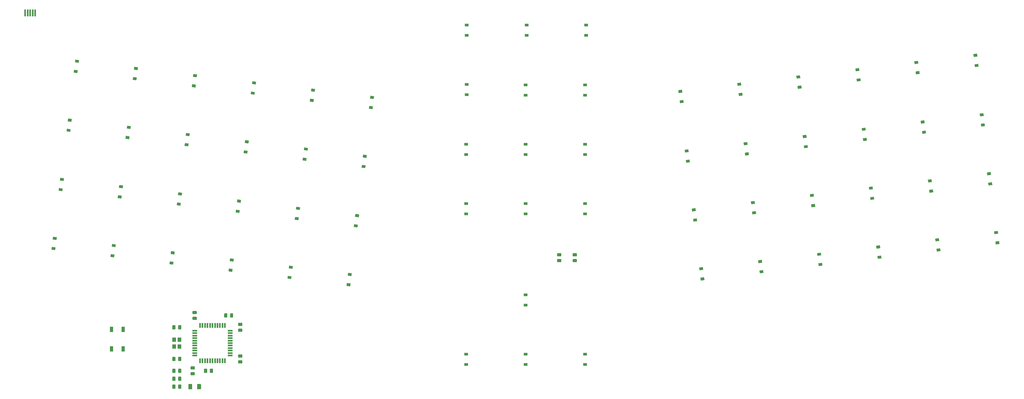
<source format=gbp>
G04 #@! TF.GenerationSoftware,KiCad,Pcbnew,(5.1.4)-1*
G04 #@! TF.CreationDate,2021-01-15T22:15:28-05:00*
G04 #@! TF.ProjectId,proto,70726f74-6f2e-46b6-9963-61645f706362,rev?*
G04 #@! TF.SameCoordinates,Original*
G04 #@! TF.FileFunction,Paste,Bot*
G04 #@! TF.FilePolarity,Positive*
%FSLAX46Y46*%
G04 Gerber Fmt 4.6, Leading zero omitted, Abs format (unit mm)*
G04 Created by KiCad (PCBNEW (5.1.4)-1) date 2021-01-15 22:15:28*
%MOMM*%
%LPD*%
G04 APERTURE LIST*
%ADD10C,0.100000*%
%ADD11C,0.975000*%
%ADD12R,0.500000X2.250000*%
%ADD13R,1.200000X1.400000*%
%ADD14R,1.500000X0.550000*%
%ADD15R,0.550000X1.500000*%
%ADD16R,1.100000X1.800000*%
%ADD17C,1.250000*%
%ADD18R,1.200000X0.900000*%
%ADD19C,0.900000*%
G04 APERTURE END LIST*
D10*
G36*
X176324342Y-113381874D02*
G01*
X176348003Y-113385384D01*
X176371207Y-113391196D01*
X176393729Y-113399254D01*
X176415353Y-113409482D01*
X176435870Y-113421779D01*
X176455083Y-113436029D01*
X176472807Y-113452093D01*
X176488871Y-113469817D01*
X176503121Y-113489030D01*
X176515418Y-113509547D01*
X176525646Y-113531171D01*
X176533704Y-113553693D01*
X176539516Y-113576897D01*
X176543026Y-113600558D01*
X176544200Y-113624450D01*
X176544200Y-114111950D01*
X176543026Y-114135842D01*
X176539516Y-114159503D01*
X176533704Y-114182707D01*
X176525646Y-114205229D01*
X176515418Y-114226853D01*
X176503121Y-114247370D01*
X176488871Y-114266583D01*
X176472807Y-114284307D01*
X176455083Y-114300371D01*
X176435870Y-114314621D01*
X176415353Y-114326918D01*
X176393729Y-114337146D01*
X176371207Y-114345204D01*
X176348003Y-114351016D01*
X176324342Y-114354526D01*
X176300450Y-114355700D01*
X175387950Y-114355700D01*
X175364058Y-114354526D01*
X175340397Y-114351016D01*
X175317193Y-114345204D01*
X175294671Y-114337146D01*
X175273047Y-114326918D01*
X175252530Y-114314621D01*
X175233317Y-114300371D01*
X175215593Y-114284307D01*
X175199529Y-114266583D01*
X175185279Y-114247370D01*
X175172982Y-114226853D01*
X175162754Y-114205229D01*
X175154696Y-114182707D01*
X175148884Y-114159503D01*
X175145374Y-114135842D01*
X175144200Y-114111950D01*
X175144200Y-113624450D01*
X175145374Y-113600558D01*
X175148884Y-113576897D01*
X175154696Y-113553693D01*
X175162754Y-113531171D01*
X175172982Y-113509547D01*
X175185279Y-113489030D01*
X175199529Y-113469817D01*
X175215593Y-113452093D01*
X175233317Y-113436029D01*
X175252530Y-113421779D01*
X175273047Y-113409482D01*
X175294671Y-113399254D01*
X175317193Y-113391196D01*
X175340397Y-113385384D01*
X175364058Y-113381874D01*
X175387950Y-113380700D01*
X176300450Y-113380700D01*
X176324342Y-113381874D01*
X176324342Y-113381874D01*
G37*
D11*
X175844200Y-113868200D03*
D10*
G36*
X176324342Y-115256874D02*
G01*
X176348003Y-115260384D01*
X176371207Y-115266196D01*
X176393729Y-115274254D01*
X176415353Y-115284482D01*
X176435870Y-115296779D01*
X176455083Y-115311029D01*
X176472807Y-115327093D01*
X176488871Y-115344817D01*
X176503121Y-115364030D01*
X176515418Y-115384547D01*
X176525646Y-115406171D01*
X176533704Y-115428693D01*
X176539516Y-115451897D01*
X176543026Y-115475558D01*
X176544200Y-115499450D01*
X176544200Y-115986950D01*
X176543026Y-116010842D01*
X176539516Y-116034503D01*
X176533704Y-116057707D01*
X176525646Y-116080229D01*
X176515418Y-116101853D01*
X176503121Y-116122370D01*
X176488871Y-116141583D01*
X176472807Y-116159307D01*
X176455083Y-116175371D01*
X176435870Y-116189621D01*
X176415353Y-116201918D01*
X176393729Y-116212146D01*
X176371207Y-116220204D01*
X176348003Y-116226016D01*
X176324342Y-116229526D01*
X176300450Y-116230700D01*
X175387950Y-116230700D01*
X175364058Y-116229526D01*
X175340397Y-116226016D01*
X175317193Y-116220204D01*
X175294671Y-116212146D01*
X175273047Y-116201918D01*
X175252530Y-116189621D01*
X175233317Y-116175371D01*
X175215593Y-116159307D01*
X175199529Y-116141583D01*
X175185279Y-116122370D01*
X175172982Y-116101853D01*
X175162754Y-116080229D01*
X175154696Y-116057707D01*
X175148884Y-116034503D01*
X175145374Y-116010842D01*
X175144200Y-115986950D01*
X175144200Y-115499450D01*
X175145374Y-115475558D01*
X175148884Y-115451897D01*
X175154696Y-115428693D01*
X175162754Y-115406171D01*
X175172982Y-115384547D01*
X175185279Y-115364030D01*
X175199529Y-115344817D01*
X175215593Y-115327093D01*
X175233317Y-115311029D01*
X175252530Y-115296779D01*
X175273047Y-115284482D01*
X175294671Y-115274254D01*
X175317193Y-115266196D01*
X175340397Y-115260384D01*
X175364058Y-115256874D01*
X175387950Y-115255700D01*
X176300450Y-115255700D01*
X176324342Y-115256874D01*
X176324342Y-115256874D01*
G37*
D11*
X175844200Y-115743200D03*
D10*
G36*
X181328142Y-115259174D02*
G01*
X181351803Y-115262684D01*
X181375007Y-115268496D01*
X181397529Y-115276554D01*
X181419153Y-115286782D01*
X181439670Y-115299079D01*
X181458883Y-115313329D01*
X181476607Y-115329393D01*
X181492671Y-115347117D01*
X181506921Y-115366330D01*
X181519218Y-115386847D01*
X181529446Y-115408471D01*
X181537504Y-115430993D01*
X181543316Y-115454197D01*
X181546826Y-115477858D01*
X181548000Y-115501750D01*
X181548000Y-115989250D01*
X181546826Y-116013142D01*
X181543316Y-116036803D01*
X181537504Y-116060007D01*
X181529446Y-116082529D01*
X181519218Y-116104153D01*
X181506921Y-116124670D01*
X181492671Y-116143883D01*
X181476607Y-116161607D01*
X181458883Y-116177671D01*
X181439670Y-116191921D01*
X181419153Y-116204218D01*
X181397529Y-116214446D01*
X181375007Y-116222504D01*
X181351803Y-116228316D01*
X181328142Y-116231826D01*
X181304250Y-116233000D01*
X180391750Y-116233000D01*
X180367858Y-116231826D01*
X180344197Y-116228316D01*
X180320993Y-116222504D01*
X180298471Y-116214446D01*
X180276847Y-116204218D01*
X180256330Y-116191921D01*
X180237117Y-116177671D01*
X180219393Y-116161607D01*
X180203329Y-116143883D01*
X180189079Y-116124670D01*
X180176782Y-116104153D01*
X180166554Y-116082529D01*
X180158496Y-116060007D01*
X180152684Y-116036803D01*
X180149174Y-116013142D01*
X180148000Y-115989250D01*
X180148000Y-115501750D01*
X180149174Y-115477858D01*
X180152684Y-115454197D01*
X180158496Y-115430993D01*
X180166554Y-115408471D01*
X180176782Y-115386847D01*
X180189079Y-115366330D01*
X180203329Y-115347117D01*
X180219393Y-115329393D01*
X180237117Y-115313329D01*
X180256330Y-115299079D01*
X180276847Y-115286782D01*
X180298471Y-115276554D01*
X180320993Y-115268496D01*
X180344197Y-115262684D01*
X180367858Y-115259174D01*
X180391750Y-115258000D01*
X181304250Y-115258000D01*
X181328142Y-115259174D01*
X181328142Y-115259174D01*
G37*
D11*
X180848000Y-115745500D03*
D10*
G36*
X181328142Y-113384174D02*
G01*
X181351803Y-113387684D01*
X181375007Y-113393496D01*
X181397529Y-113401554D01*
X181419153Y-113411782D01*
X181439670Y-113424079D01*
X181458883Y-113438329D01*
X181476607Y-113454393D01*
X181492671Y-113472117D01*
X181506921Y-113491330D01*
X181519218Y-113511847D01*
X181529446Y-113533471D01*
X181537504Y-113555993D01*
X181543316Y-113579197D01*
X181546826Y-113602858D01*
X181548000Y-113626750D01*
X181548000Y-114114250D01*
X181546826Y-114138142D01*
X181543316Y-114161803D01*
X181537504Y-114185007D01*
X181529446Y-114207529D01*
X181519218Y-114229153D01*
X181506921Y-114249670D01*
X181492671Y-114268883D01*
X181476607Y-114286607D01*
X181458883Y-114302671D01*
X181439670Y-114316921D01*
X181419153Y-114329218D01*
X181397529Y-114339446D01*
X181375007Y-114347504D01*
X181351803Y-114353316D01*
X181328142Y-114356826D01*
X181304250Y-114358000D01*
X180391750Y-114358000D01*
X180367858Y-114356826D01*
X180344197Y-114353316D01*
X180320993Y-114347504D01*
X180298471Y-114339446D01*
X180276847Y-114329218D01*
X180256330Y-114316921D01*
X180237117Y-114302671D01*
X180219393Y-114286607D01*
X180203329Y-114268883D01*
X180189079Y-114249670D01*
X180176782Y-114229153D01*
X180166554Y-114207529D01*
X180158496Y-114185007D01*
X180152684Y-114161803D01*
X180149174Y-114138142D01*
X180148000Y-114114250D01*
X180148000Y-113626750D01*
X180149174Y-113602858D01*
X180152684Y-113579197D01*
X180158496Y-113555993D01*
X180166554Y-113533471D01*
X180176782Y-113511847D01*
X180189079Y-113491330D01*
X180203329Y-113472117D01*
X180219393Y-113454393D01*
X180237117Y-113438329D01*
X180256330Y-113424079D01*
X180276847Y-113411782D01*
X180298471Y-113401554D01*
X180320993Y-113393496D01*
X180344197Y-113387684D01*
X180367858Y-113384174D01*
X180391750Y-113383000D01*
X181304250Y-113383000D01*
X181328142Y-113384174D01*
X181328142Y-113384174D01*
G37*
D11*
X180848000Y-113870500D03*
D12*
X4750000Y-36250000D03*
X5550000Y-36250000D03*
X6350000Y-36250000D03*
X7150000Y-36250000D03*
X7950000Y-36250000D03*
D13*
X52490000Y-141140000D03*
X52490000Y-143340000D03*
X54190000Y-143340000D03*
X54190000Y-141140000D03*
D14*
X70470000Y-146240000D03*
X70470000Y-145440000D03*
X70470000Y-144640000D03*
X70470000Y-143840000D03*
X70470000Y-143040000D03*
X70470000Y-142240000D03*
X70470000Y-141440000D03*
X70470000Y-140640000D03*
X70470000Y-139840000D03*
X70470000Y-139040000D03*
X70470000Y-138240000D03*
D15*
X68770000Y-136540000D03*
X67970000Y-136540000D03*
X67170000Y-136540000D03*
X66370000Y-136540000D03*
X65570000Y-136540000D03*
X64770000Y-136540000D03*
X63970000Y-136540000D03*
X63170000Y-136540000D03*
X62370000Y-136540000D03*
X61570000Y-136540000D03*
X60770000Y-136540000D03*
D14*
X59070000Y-138240000D03*
X59070000Y-139040000D03*
X59070000Y-139840000D03*
X59070000Y-140640000D03*
X59070000Y-141440000D03*
X59070000Y-142240000D03*
X59070000Y-143040000D03*
X59070000Y-143840000D03*
X59070000Y-144640000D03*
X59070000Y-145440000D03*
X59070000Y-146240000D03*
D15*
X60770000Y-147940000D03*
X61570000Y-147940000D03*
X62370000Y-147940000D03*
X63170000Y-147940000D03*
X63970000Y-147940000D03*
X64770000Y-147940000D03*
X65570000Y-147940000D03*
X66370000Y-147940000D03*
X67170000Y-147940000D03*
X67970000Y-147940000D03*
X68770000Y-147940000D03*
D16*
X32440000Y-144070000D03*
X36140000Y-137870000D03*
X36140000Y-144070000D03*
X32440000Y-137870000D03*
D10*
G36*
X69281742Y-132651174D02*
G01*
X69305403Y-132654684D01*
X69328607Y-132660496D01*
X69351129Y-132668554D01*
X69372753Y-132678782D01*
X69393270Y-132691079D01*
X69412483Y-132705329D01*
X69430207Y-132721393D01*
X69446271Y-132739117D01*
X69460521Y-132758330D01*
X69472818Y-132778847D01*
X69483046Y-132800471D01*
X69491104Y-132822993D01*
X69496916Y-132846197D01*
X69500426Y-132869858D01*
X69501600Y-132893750D01*
X69501600Y-133806250D01*
X69500426Y-133830142D01*
X69496916Y-133853803D01*
X69491104Y-133877007D01*
X69483046Y-133899529D01*
X69472818Y-133921153D01*
X69460521Y-133941670D01*
X69446271Y-133960883D01*
X69430207Y-133978607D01*
X69412483Y-133994671D01*
X69393270Y-134008921D01*
X69372753Y-134021218D01*
X69351129Y-134031446D01*
X69328607Y-134039504D01*
X69305403Y-134045316D01*
X69281742Y-134048826D01*
X69257850Y-134050000D01*
X68770350Y-134050000D01*
X68746458Y-134048826D01*
X68722797Y-134045316D01*
X68699593Y-134039504D01*
X68677071Y-134031446D01*
X68655447Y-134021218D01*
X68634930Y-134008921D01*
X68615717Y-133994671D01*
X68597993Y-133978607D01*
X68581929Y-133960883D01*
X68567679Y-133941670D01*
X68555382Y-133921153D01*
X68545154Y-133899529D01*
X68537096Y-133877007D01*
X68531284Y-133853803D01*
X68527774Y-133830142D01*
X68526600Y-133806250D01*
X68526600Y-132893750D01*
X68527774Y-132869858D01*
X68531284Y-132846197D01*
X68537096Y-132822993D01*
X68545154Y-132800471D01*
X68555382Y-132778847D01*
X68567679Y-132758330D01*
X68581929Y-132739117D01*
X68597993Y-132721393D01*
X68615717Y-132705329D01*
X68634930Y-132691079D01*
X68655447Y-132678782D01*
X68677071Y-132668554D01*
X68699593Y-132660496D01*
X68722797Y-132654684D01*
X68746458Y-132651174D01*
X68770350Y-132650000D01*
X69257850Y-132650000D01*
X69281742Y-132651174D01*
X69281742Y-132651174D01*
G37*
D11*
X69014100Y-133350000D03*
D10*
G36*
X71156742Y-132651174D02*
G01*
X71180403Y-132654684D01*
X71203607Y-132660496D01*
X71226129Y-132668554D01*
X71247753Y-132678782D01*
X71268270Y-132691079D01*
X71287483Y-132705329D01*
X71305207Y-132721393D01*
X71321271Y-132739117D01*
X71335521Y-132758330D01*
X71347818Y-132778847D01*
X71358046Y-132800471D01*
X71366104Y-132822993D01*
X71371916Y-132846197D01*
X71375426Y-132869858D01*
X71376600Y-132893750D01*
X71376600Y-133806250D01*
X71375426Y-133830142D01*
X71371916Y-133853803D01*
X71366104Y-133877007D01*
X71358046Y-133899529D01*
X71347818Y-133921153D01*
X71335521Y-133941670D01*
X71321271Y-133960883D01*
X71305207Y-133978607D01*
X71287483Y-133994671D01*
X71268270Y-134008921D01*
X71247753Y-134021218D01*
X71226129Y-134031446D01*
X71203607Y-134039504D01*
X71180403Y-134045316D01*
X71156742Y-134048826D01*
X71132850Y-134050000D01*
X70645350Y-134050000D01*
X70621458Y-134048826D01*
X70597797Y-134045316D01*
X70574593Y-134039504D01*
X70552071Y-134031446D01*
X70530447Y-134021218D01*
X70509930Y-134008921D01*
X70490717Y-133994671D01*
X70472993Y-133978607D01*
X70456929Y-133960883D01*
X70442679Y-133941670D01*
X70430382Y-133921153D01*
X70420154Y-133899529D01*
X70412096Y-133877007D01*
X70406284Y-133853803D01*
X70402774Y-133830142D01*
X70401600Y-133806250D01*
X70401600Y-132893750D01*
X70402774Y-132869858D01*
X70406284Y-132846197D01*
X70412096Y-132822993D01*
X70420154Y-132800471D01*
X70430382Y-132778847D01*
X70442679Y-132758330D01*
X70456929Y-132739117D01*
X70472993Y-132721393D01*
X70490717Y-132705329D01*
X70509930Y-132691079D01*
X70530447Y-132678782D01*
X70552071Y-132668554D01*
X70574593Y-132660496D01*
X70597797Y-132654684D01*
X70621458Y-132651174D01*
X70645350Y-132650000D01*
X71132850Y-132650000D01*
X71156742Y-132651174D01*
X71156742Y-132651174D01*
G37*
D11*
X70889100Y-133350000D03*
D10*
G36*
X52670142Y-155511174D02*
G01*
X52693803Y-155514684D01*
X52717007Y-155520496D01*
X52739529Y-155528554D01*
X52761153Y-155538782D01*
X52781670Y-155551079D01*
X52800883Y-155565329D01*
X52818607Y-155581393D01*
X52834671Y-155599117D01*
X52848921Y-155618330D01*
X52861218Y-155638847D01*
X52871446Y-155660471D01*
X52879504Y-155682993D01*
X52885316Y-155706197D01*
X52888826Y-155729858D01*
X52890000Y-155753750D01*
X52890000Y-156666250D01*
X52888826Y-156690142D01*
X52885316Y-156713803D01*
X52879504Y-156737007D01*
X52871446Y-156759529D01*
X52861218Y-156781153D01*
X52848921Y-156801670D01*
X52834671Y-156820883D01*
X52818607Y-156838607D01*
X52800883Y-156854671D01*
X52781670Y-156868921D01*
X52761153Y-156881218D01*
X52739529Y-156891446D01*
X52717007Y-156899504D01*
X52693803Y-156905316D01*
X52670142Y-156908826D01*
X52646250Y-156910000D01*
X52158750Y-156910000D01*
X52134858Y-156908826D01*
X52111197Y-156905316D01*
X52087993Y-156899504D01*
X52065471Y-156891446D01*
X52043847Y-156881218D01*
X52023330Y-156868921D01*
X52004117Y-156854671D01*
X51986393Y-156838607D01*
X51970329Y-156820883D01*
X51956079Y-156801670D01*
X51943782Y-156781153D01*
X51933554Y-156759529D01*
X51925496Y-156737007D01*
X51919684Y-156713803D01*
X51916174Y-156690142D01*
X51915000Y-156666250D01*
X51915000Y-155753750D01*
X51916174Y-155729858D01*
X51919684Y-155706197D01*
X51925496Y-155682993D01*
X51933554Y-155660471D01*
X51943782Y-155638847D01*
X51956079Y-155618330D01*
X51970329Y-155599117D01*
X51986393Y-155581393D01*
X52004117Y-155565329D01*
X52023330Y-155551079D01*
X52043847Y-155538782D01*
X52065471Y-155528554D01*
X52087993Y-155520496D01*
X52111197Y-155514684D01*
X52134858Y-155511174D01*
X52158750Y-155510000D01*
X52646250Y-155510000D01*
X52670142Y-155511174D01*
X52670142Y-155511174D01*
G37*
D11*
X52402500Y-156210000D03*
D10*
G36*
X54545142Y-155511174D02*
G01*
X54568803Y-155514684D01*
X54592007Y-155520496D01*
X54614529Y-155528554D01*
X54636153Y-155538782D01*
X54656670Y-155551079D01*
X54675883Y-155565329D01*
X54693607Y-155581393D01*
X54709671Y-155599117D01*
X54723921Y-155618330D01*
X54736218Y-155638847D01*
X54746446Y-155660471D01*
X54754504Y-155682993D01*
X54760316Y-155706197D01*
X54763826Y-155729858D01*
X54765000Y-155753750D01*
X54765000Y-156666250D01*
X54763826Y-156690142D01*
X54760316Y-156713803D01*
X54754504Y-156737007D01*
X54746446Y-156759529D01*
X54736218Y-156781153D01*
X54723921Y-156801670D01*
X54709671Y-156820883D01*
X54693607Y-156838607D01*
X54675883Y-156854671D01*
X54656670Y-156868921D01*
X54636153Y-156881218D01*
X54614529Y-156891446D01*
X54592007Y-156899504D01*
X54568803Y-156905316D01*
X54545142Y-156908826D01*
X54521250Y-156910000D01*
X54033750Y-156910000D01*
X54009858Y-156908826D01*
X53986197Y-156905316D01*
X53962993Y-156899504D01*
X53940471Y-156891446D01*
X53918847Y-156881218D01*
X53898330Y-156868921D01*
X53879117Y-156854671D01*
X53861393Y-156838607D01*
X53845329Y-156820883D01*
X53831079Y-156801670D01*
X53818782Y-156781153D01*
X53808554Y-156759529D01*
X53800496Y-156737007D01*
X53794684Y-156713803D01*
X53791174Y-156690142D01*
X53790000Y-156666250D01*
X53790000Y-155753750D01*
X53791174Y-155729858D01*
X53794684Y-155706197D01*
X53800496Y-155682993D01*
X53808554Y-155660471D01*
X53818782Y-155638847D01*
X53831079Y-155618330D01*
X53845329Y-155599117D01*
X53861393Y-155581393D01*
X53879117Y-155565329D01*
X53898330Y-155551079D01*
X53918847Y-155538782D01*
X53940471Y-155528554D01*
X53962993Y-155520496D01*
X53986197Y-155514684D01*
X54009858Y-155511174D01*
X54033750Y-155510000D01*
X54521250Y-155510000D01*
X54545142Y-155511174D01*
X54545142Y-155511174D01*
G37*
D11*
X54277500Y-156210000D03*
D10*
G36*
X52670142Y-152971174D02*
G01*
X52693803Y-152974684D01*
X52717007Y-152980496D01*
X52739529Y-152988554D01*
X52761153Y-152998782D01*
X52781670Y-153011079D01*
X52800883Y-153025329D01*
X52818607Y-153041393D01*
X52834671Y-153059117D01*
X52848921Y-153078330D01*
X52861218Y-153098847D01*
X52871446Y-153120471D01*
X52879504Y-153142993D01*
X52885316Y-153166197D01*
X52888826Y-153189858D01*
X52890000Y-153213750D01*
X52890000Y-154126250D01*
X52888826Y-154150142D01*
X52885316Y-154173803D01*
X52879504Y-154197007D01*
X52871446Y-154219529D01*
X52861218Y-154241153D01*
X52848921Y-154261670D01*
X52834671Y-154280883D01*
X52818607Y-154298607D01*
X52800883Y-154314671D01*
X52781670Y-154328921D01*
X52761153Y-154341218D01*
X52739529Y-154351446D01*
X52717007Y-154359504D01*
X52693803Y-154365316D01*
X52670142Y-154368826D01*
X52646250Y-154370000D01*
X52158750Y-154370000D01*
X52134858Y-154368826D01*
X52111197Y-154365316D01*
X52087993Y-154359504D01*
X52065471Y-154351446D01*
X52043847Y-154341218D01*
X52023330Y-154328921D01*
X52004117Y-154314671D01*
X51986393Y-154298607D01*
X51970329Y-154280883D01*
X51956079Y-154261670D01*
X51943782Y-154241153D01*
X51933554Y-154219529D01*
X51925496Y-154197007D01*
X51919684Y-154173803D01*
X51916174Y-154150142D01*
X51915000Y-154126250D01*
X51915000Y-153213750D01*
X51916174Y-153189858D01*
X51919684Y-153166197D01*
X51925496Y-153142993D01*
X51933554Y-153120471D01*
X51943782Y-153098847D01*
X51956079Y-153078330D01*
X51970329Y-153059117D01*
X51986393Y-153041393D01*
X52004117Y-153025329D01*
X52023330Y-153011079D01*
X52043847Y-152998782D01*
X52065471Y-152988554D01*
X52087993Y-152980496D01*
X52111197Y-152974684D01*
X52134858Y-152971174D01*
X52158750Y-152970000D01*
X52646250Y-152970000D01*
X52670142Y-152971174D01*
X52670142Y-152971174D01*
G37*
D11*
X52402500Y-153670000D03*
D10*
G36*
X54545142Y-152971174D02*
G01*
X54568803Y-152974684D01*
X54592007Y-152980496D01*
X54614529Y-152988554D01*
X54636153Y-152998782D01*
X54656670Y-153011079D01*
X54675883Y-153025329D01*
X54693607Y-153041393D01*
X54709671Y-153059117D01*
X54723921Y-153078330D01*
X54736218Y-153098847D01*
X54746446Y-153120471D01*
X54754504Y-153142993D01*
X54760316Y-153166197D01*
X54763826Y-153189858D01*
X54765000Y-153213750D01*
X54765000Y-154126250D01*
X54763826Y-154150142D01*
X54760316Y-154173803D01*
X54754504Y-154197007D01*
X54746446Y-154219529D01*
X54736218Y-154241153D01*
X54723921Y-154261670D01*
X54709671Y-154280883D01*
X54693607Y-154298607D01*
X54675883Y-154314671D01*
X54656670Y-154328921D01*
X54636153Y-154341218D01*
X54614529Y-154351446D01*
X54592007Y-154359504D01*
X54568803Y-154365316D01*
X54545142Y-154368826D01*
X54521250Y-154370000D01*
X54033750Y-154370000D01*
X54009858Y-154368826D01*
X53986197Y-154365316D01*
X53962993Y-154359504D01*
X53940471Y-154351446D01*
X53918847Y-154341218D01*
X53898330Y-154328921D01*
X53879117Y-154314671D01*
X53861393Y-154298607D01*
X53845329Y-154280883D01*
X53831079Y-154261670D01*
X53818782Y-154241153D01*
X53808554Y-154219529D01*
X53800496Y-154197007D01*
X53794684Y-154173803D01*
X53791174Y-154150142D01*
X53790000Y-154126250D01*
X53790000Y-153213750D01*
X53791174Y-153189858D01*
X53794684Y-153166197D01*
X53800496Y-153142993D01*
X53808554Y-153120471D01*
X53818782Y-153098847D01*
X53831079Y-153078330D01*
X53845329Y-153059117D01*
X53861393Y-153041393D01*
X53879117Y-153025329D01*
X53898330Y-153011079D01*
X53918847Y-152998782D01*
X53940471Y-152988554D01*
X53962993Y-152980496D01*
X53986197Y-152974684D01*
X54009858Y-152971174D01*
X54033750Y-152970000D01*
X54521250Y-152970000D01*
X54545142Y-152971174D01*
X54545142Y-152971174D01*
G37*
D11*
X54277500Y-153670000D03*
D10*
G36*
X52670142Y-150431174D02*
G01*
X52693803Y-150434684D01*
X52717007Y-150440496D01*
X52739529Y-150448554D01*
X52761153Y-150458782D01*
X52781670Y-150471079D01*
X52800883Y-150485329D01*
X52818607Y-150501393D01*
X52834671Y-150519117D01*
X52848921Y-150538330D01*
X52861218Y-150558847D01*
X52871446Y-150580471D01*
X52879504Y-150602993D01*
X52885316Y-150626197D01*
X52888826Y-150649858D01*
X52890000Y-150673750D01*
X52890000Y-151586250D01*
X52888826Y-151610142D01*
X52885316Y-151633803D01*
X52879504Y-151657007D01*
X52871446Y-151679529D01*
X52861218Y-151701153D01*
X52848921Y-151721670D01*
X52834671Y-151740883D01*
X52818607Y-151758607D01*
X52800883Y-151774671D01*
X52781670Y-151788921D01*
X52761153Y-151801218D01*
X52739529Y-151811446D01*
X52717007Y-151819504D01*
X52693803Y-151825316D01*
X52670142Y-151828826D01*
X52646250Y-151830000D01*
X52158750Y-151830000D01*
X52134858Y-151828826D01*
X52111197Y-151825316D01*
X52087993Y-151819504D01*
X52065471Y-151811446D01*
X52043847Y-151801218D01*
X52023330Y-151788921D01*
X52004117Y-151774671D01*
X51986393Y-151758607D01*
X51970329Y-151740883D01*
X51956079Y-151721670D01*
X51943782Y-151701153D01*
X51933554Y-151679529D01*
X51925496Y-151657007D01*
X51919684Y-151633803D01*
X51916174Y-151610142D01*
X51915000Y-151586250D01*
X51915000Y-150673750D01*
X51916174Y-150649858D01*
X51919684Y-150626197D01*
X51925496Y-150602993D01*
X51933554Y-150580471D01*
X51943782Y-150558847D01*
X51956079Y-150538330D01*
X51970329Y-150519117D01*
X51986393Y-150501393D01*
X52004117Y-150485329D01*
X52023330Y-150471079D01*
X52043847Y-150458782D01*
X52065471Y-150448554D01*
X52087993Y-150440496D01*
X52111197Y-150434684D01*
X52134858Y-150431174D01*
X52158750Y-150430000D01*
X52646250Y-150430000D01*
X52670142Y-150431174D01*
X52670142Y-150431174D01*
G37*
D11*
X52402500Y-151130000D03*
D10*
G36*
X54545142Y-150431174D02*
G01*
X54568803Y-150434684D01*
X54592007Y-150440496D01*
X54614529Y-150448554D01*
X54636153Y-150458782D01*
X54656670Y-150471079D01*
X54675883Y-150485329D01*
X54693607Y-150501393D01*
X54709671Y-150519117D01*
X54723921Y-150538330D01*
X54736218Y-150558847D01*
X54746446Y-150580471D01*
X54754504Y-150602993D01*
X54760316Y-150626197D01*
X54763826Y-150649858D01*
X54765000Y-150673750D01*
X54765000Y-151586250D01*
X54763826Y-151610142D01*
X54760316Y-151633803D01*
X54754504Y-151657007D01*
X54746446Y-151679529D01*
X54736218Y-151701153D01*
X54723921Y-151721670D01*
X54709671Y-151740883D01*
X54693607Y-151758607D01*
X54675883Y-151774671D01*
X54656670Y-151788921D01*
X54636153Y-151801218D01*
X54614529Y-151811446D01*
X54592007Y-151819504D01*
X54568803Y-151825316D01*
X54545142Y-151828826D01*
X54521250Y-151830000D01*
X54033750Y-151830000D01*
X54009858Y-151828826D01*
X53986197Y-151825316D01*
X53962993Y-151819504D01*
X53940471Y-151811446D01*
X53918847Y-151801218D01*
X53898330Y-151788921D01*
X53879117Y-151774671D01*
X53861393Y-151758607D01*
X53845329Y-151740883D01*
X53831079Y-151721670D01*
X53818782Y-151701153D01*
X53808554Y-151679529D01*
X53800496Y-151657007D01*
X53794684Y-151633803D01*
X53791174Y-151610142D01*
X53790000Y-151586250D01*
X53790000Y-150673750D01*
X53791174Y-150649858D01*
X53794684Y-150626197D01*
X53800496Y-150602993D01*
X53808554Y-150580471D01*
X53818782Y-150558847D01*
X53831079Y-150538330D01*
X53845329Y-150519117D01*
X53861393Y-150501393D01*
X53879117Y-150485329D01*
X53898330Y-150471079D01*
X53918847Y-150458782D01*
X53940471Y-150448554D01*
X53962993Y-150440496D01*
X53986197Y-150434684D01*
X54009858Y-150431174D01*
X54033750Y-150430000D01*
X54521250Y-150430000D01*
X54545142Y-150431174D01*
X54545142Y-150431174D01*
G37*
D11*
X54277500Y-151130000D03*
D10*
G36*
X58054504Y-155336204D02*
G01*
X58078773Y-155339804D01*
X58102571Y-155345765D01*
X58125671Y-155354030D01*
X58147849Y-155364520D01*
X58168893Y-155377133D01*
X58188598Y-155391747D01*
X58206777Y-155408223D01*
X58223253Y-155426402D01*
X58237867Y-155446107D01*
X58250480Y-155467151D01*
X58260970Y-155489329D01*
X58269235Y-155512429D01*
X58275196Y-155536227D01*
X58278796Y-155560496D01*
X58280000Y-155585000D01*
X58280000Y-156835000D01*
X58278796Y-156859504D01*
X58275196Y-156883773D01*
X58269235Y-156907571D01*
X58260970Y-156930671D01*
X58250480Y-156952849D01*
X58237867Y-156973893D01*
X58223253Y-156993598D01*
X58206777Y-157011777D01*
X58188598Y-157028253D01*
X58168893Y-157042867D01*
X58147849Y-157055480D01*
X58125671Y-157065970D01*
X58102571Y-157074235D01*
X58078773Y-157080196D01*
X58054504Y-157083796D01*
X58030000Y-157085000D01*
X57280000Y-157085000D01*
X57255496Y-157083796D01*
X57231227Y-157080196D01*
X57207429Y-157074235D01*
X57184329Y-157065970D01*
X57162151Y-157055480D01*
X57141107Y-157042867D01*
X57121402Y-157028253D01*
X57103223Y-157011777D01*
X57086747Y-156993598D01*
X57072133Y-156973893D01*
X57059520Y-156952849D01*
X57049030Y-156930671D01*
X57040765Y-156907571D01*
X57034804Y-156883773D01*
X57031204Y-156859504D01*
X57030000Y-156835000D01*
X57030000Y-155585000D01*
X57031204Y-155560496D01*
X57034804Y-155536227D01*
X57040765Y-155512429D01*
X57049030Y-155489329D01*
X57059520Y-155467151D01*
X57072133Y-155446107D01*
X57086747Y-155426402D01*
X57103223Y-155408223D01*
X57121402Y-155391747D01*
X57141107Y-155377133D01*
X57162151Y-155364520D01*
X57184329Y-155354030D01*
X57207429Y-155345765D01*
X57231227Y-155339804D01*
X57255496Y-155336204D01*
X57280000Y-155335000D01*
X58030000Y-155335000D01*
X58054504Y-155336204D01*
X58054504Y-155336204D01*
G37*
D17*
X57655000Y-156210000D03*
D10*
G36*
X60854504Y-155336204D02*
G01*
X60878773Y-155339804D01*
X60902571Y-155345765D01*
X60925671Y-155354030D01*
X60947849Y-155364520D01*
X60968893Y-155377133D01*
X60988598Y-155391747D01*
X61006777Y-155408223D01*
X61023253Y-155426402D01*
X61037867Y-155446107D01*
X61050480Y-155467151D01*
X61060970Y-155489329D01*
X61069235Y-155512429D01*
X61075196Y-155536227D01*
X61078796Y-155560496D01*
X61080000Y-155585000D01*
X61080000Y-156835000D01*
X61078796Y-156859504D01*
X61075196Y-156883773D01*
X61069235Y-156907571D01*
X61060970Y-156930671D01*
X61050480Y-156952849D01*
X61037867Y-156973893D01*
X61023253Y-156993598D01*
X61006777Y-157011777D01*
X60988598Y-157028253D01*
X60968893Y-157042867D01*
X60947849Y-157055480D01*
X60925671Y-157065970D01*
X60902571Y-157074235D01*
X60878773Y-157080196D01*
X60854504Y-157083796D01*
X60830000Y-157085000D01*
X60080000Y-157085000D01*
X60055496Y-157083796D01*
X60031227Y-157080196D01*
X60007429Y-157074235D01*
X59984329Y-157065970D01*
X59962151Y-157055480D01*
X59941107Y-157042867D01*
X59921402Y-157028253D01*
X59903223Y-157011777D01*
X59886747Y-156993598D01*
X59872133Y-156973893D01*
X59859520Y-156952849D01*
X59849030Y-156930671D01*
X59840765Y-156907571D01*
X59834804Y-156883773D01*
X59831204Y-156859504D01*
X59830000Y-156835000D01*
X59830000Y-155585000D01*
X59831204Y-155560496D01*
X59834804Y-155536227D01*
X59840765Y-155512429D01*
X59849030Y-155489329D01*
X59859520Y-155467151D01*
X59872133Y-155446107D01*
X59886747Y-155426402D01*
X59903223Y-155408223D01*
X59921402Y-155391747D01*
X59941107Y-155377133D01*
X59962151Y-155364520D01*
X59984329Y-155354030D01*
X60007429Y-155345765D01*
X60031227Y-155339804D01*
X60055496Y-155336204D01*
X60080000Y-155335000D01*
X60830000Y-155335000D01*
X60854504Y-155336204D01*
X60854504Y-155336204D01*
G37*
D17*
X60455000Y-156210000D03*
D18*
X184150800Y-145800940D03*
X184150800Y-149100940D03*
X165100800Y-145800940D03*
X165100800Y-149100940D03*
X146050800Y-145800940D03*
X146050800Y-149100940D03*
X165100800Y-126750940D03*
X165100800Y-130050940D03*
D19*
X315865406Y-106742157D03*
D10*
G36*
X316515775Y-107115681D02*
G01*
X315324720Y-107261924D01*
X315215037Y-106368633D01*
X316406092Y-106222390D01*
X316515775Y-107115681D01*
X316515775Y-107115681D01*
G37*
D19*
X316267574Y-110017559D03*
D10*
G36*
X316917943Y-110391083D02*
G01*
X315726888Y-110537326D01*
X315617205Y-109644035D01*
X316808260Y-109497792D01*
X316917943Y-110391083D01*
X316917943Y-110391083D01*
G37*
D19*
X296957402Y-109063768D03*
D10*
G36*
X297607771Y-109437292D02*
G01*
X296416716Y-109583535D01*
X296307033Y-108690244D01*
X297498088Y-108544001D01*
X297607771Y-109437292D01*
X297607771Y-109437292D01*
G37*
D19*
X297359570Y-112339170D03*
D10*
G36*
X298009939Y-112712694D02*
G01*
X296818884Y-112858937D01*
X296709201Y-111965646D01*
X297900256Y-111819403D01*
X298009939Y-112712694D01*
X298009939Y-112712694D01*
G37*
D19*
X278049397Y-111385379D03*
D10*
G36*
X278699766Y-111758903D02*
G01*
X277508711Y-111905146D01*
X277399028Y-111011855D01*
X278590083Y-110865612D01*
X278699766Y-111758903D01*
X278699766Y-111758903D01*
G37*
D19*
X278451565Y-114660781D03*
D10*
G36*
X279101934Y-115034305D02*
G01*
X277910879Y-115180548D01*
X277801196Y-114287257D01*
X278992251Y-114141014D01*
X279101934Y-115034305D01*
X279101934Y-115034305D01*
G37*
D19*
X259141393Y-113706990D03*
D10*
G36*
X259791762Y-114080514D02*
G01*
X258600707Y-114226757D01*
X258491024Y-113333466D01*
X259682079Y-113187223D01*
X259791762Y-114080514D01*
X259791762Y-114080514D01*
G37*
D19*
X259543561Y-116982392D03*
D10*
G36*
X260193930Y-117355916D02*
G01*
X259002875Y-117502159D01*
X258893192Y-116608868D01*
X260084247Y-116462625D01*
X260193930Y-117355916D01*
X260193930Y-117355916D01*
G37*
D19*
X240233389Y-116028601D03*
D10*
G36*
X240883758Y-116402125D02*
G01*
X239692703Y-116548368D01*
X239583020Y-115655077D01*
X240774075Y-115508834D01*
X240883758Y-116402125D01*
X240883758Y-116402125D01*
G37*
D19*
X240635557Y-119304003D03*
D10*
G36*
X241285926Y-119677527D02*
G01*
X240094871Y-119823770D01*
X239985188Y-118930479D01*
X241176243Y-118784236D01*
X241285926Y-119677527D01*
X241285926Y-119677527D01*
G37*
D19*
X221325385Y-118350212D03*
D10*
G36*
X221975754Y-118723736D02*
G01*
X220784699Y-118869979D01*
X220675016Y-117976688D01*
X221866071Y-117830445D01*
X221975754Y-118723736D01*
X221975754Y-118723736D01*
G37*
D19*
X221727553Y-121625614D03*
D10*
G36*
X222377922Y-121999138D02*
G01*
X221186867Y-122145381D01*
X221077184Y-121252090D01*
X222268239Y-121105847D01*
X222377922Y-121999138D01*
X222377922Y-121999138D01*
G37*
D18*
X184150000Y-97410000D03*
X184150000Y-100710000D03*
X165100000Y-97410000D03*
X165100000Y-100710000D03*
X146050000Y-97410000D03*
X146050000Y-100710000D03*
D19*
X108763387Y-120201715D03*
D10*
G36*
X109304073Y-120721482D02*
G01*
X108113018Y-120575239D01*
X108222701Y-119681948D01*
X109413756Y-119828191D01*
X109304073Y-120721482D01*
X109304073Y-120721482D01*
G37*
D19*
X108361219Y-123477117D03*
D10*
G36*
X108901905Y-123996884D02*
G01*
X107710850Y-123850641D01*
X107820533Y-122957350D01*
X109011588Y-123103593D01*
X108901905Y-123996884D01*
X108901905Y-123996884D01*
G37*
D19*
X89855383Y-117880104D03*
D10*
G36*
X90396069Y-118399871D02*
G01*
X89205014Y-118253628D01*
X89314697Y-117360337D01*
X90505752Y-117506580D01*
X90396069Y-118399871D01*
X90396069Y-118399871D01*
G37*
D19*
X89453215Y-121155506D03*
D10*
G36*
X89993901Y-121675273D02*
G01*
X88802846Y-121529030D01*
X88912529Y-120635739D01*
X90103584Y-120781982D01*
X89993901Y-121675273D01*
X89993901Y-121675273D01*
G37*
D19*
X70947379Y-115558493D03*
D10*
G36*
X71488065Y-116078260D02*
G01*
X70297010Y-115932017D01*
X70406693Y-115038726D01*
X71597748Y-115184969D01*
X71488065Y-116078260D01*
X71488065Y-116078260D01*
G37*
D19*
X70545211Y-118833895D03*
D10*
G36*
X71085897Y-119353662D02*
G01*
X69894842Y-119207419D01*
X70004525Y-118314128D01*
X71195580Y-118460371D01*
X71085897Y-119353662D01*
X71085897Y-119353662D01*
G37*
D19*
X52039375Y-113236882D03*
D10*
G36*
X52580061Y-113756649D02*
G01*
X51389006Y-113610406D01*
X51498689Y-112717115D01*
X52689744Y-112863358D01*
X52580061Y-113756649D01*
X52580061Y-113756649D01*
G37*
D19*
X51637207Y-116512284D03*
D10*
G36*
X52177893Y-117032051D02*
G01*
X50986838Y-116885808D01*
X51096521Y-115992517D01*
X52287576Y-116138760D01*
X52177893Y-117032051D01*
X52177893Y-117032051D01*
G37*
D19*
X33131371Y-110915271D03*
D10*
G36*
X33672057Y-111435038D02*
G01*
X32481002Y-111288795D01*
X32590685Y-110395504D01*
X33781740Y-110541747D01*
X33672057Y-111435038D01*
X33672057Y-111435038D01*
G37*
D19*
X32729203Y-114190673D03*
D10*
G36*
X33269889Y-114710440D02*
G01*
X32078834Y-114564197D01*
X32188517Y-113670906D01*
X33379572Y-113817149D01*
X33269889Y-114710440D01*
X33269889Y-114710440D01*
G37*
D19*
X14223366Y-108593660D03*
D10*
G36*
X14764052Y-109113427D02*
G01*
X13572997Y-108967184D01*
X13682680Y-108073893D01*
X14873735Y-108220136D01*
X14764052Y-109113427D01*
X14764052Y-109113427D01*
G37*
D19*
X13821198Y-111869062D03*
D10*
G36*
X14361884Y-112388829D02*
G01*
X13170829Y-112242586D01*
X13280512Y-111349295D01*
X14471567Y-111495538D01*
X14361884Y-112388829D01*
X14361884Y-112388829D01*
G37*
D19*
X313543795Y-87834153D03*
D10*
G36*
X314194164Y-88207677D02*
G01*
X313003109Y-88353920D01*
X312893426Y-87460629D01*
X314084481Y-87314386D01*
X314194164Y-88207677D01*
X314194164Y-88207677D01*
G37*
D19*
X313945963Y-91109555D03*
D10*
G36*
X314596332Y-91483079D02*
G01*
X313405277Y-91629322D01*
X313295594Y-90736031D01*
X314486649Y-90589788D01*
X314596332Y-91483079D01*
X314596332Y-91483079D01*
G37*
D19*
X294635791Y-90155764D03*
D10*
G36*
X295286160Y-90529288D02*
G01*
X294095105Y-90675531D01*
X293985422Y-89782240D01*
X295176477Y-89635997D01*
X295286160Y-90529288D01*
X295286160Y-90529288D01*
G37*
D19*
X295037959Y-93431166D03*
D10*
G36*
X295688328Y-93804690D02*
G01*
X294497273Y-93950933D01*
X294387590Y-93057642D01*
X295578645Y-92911399D01*
X295688328Y-93804690D01*
X295688328Y-93804690D01*
G37*
D19*
X275727786Y-92477375D03*
D10*
G36*
X276378155Y-92850899D02*
G01*
X275187100Y-92997142D01*
X275077417Y-92103851D01*
X276268472Y-91957608D01*
X276378155Y-92850899D01*
X276378155Y-92850899D01*
G37*
D19*
X276129954Y-95752777D03*
D10*
G36*
X276780323Y-96126301D02*
G01*
X275589268Y-96272544D01*
X275479585Y-95379253D01*
X276670640Y-95233010D01*
X276780323Y-96126301D01*
X276780323Y-96126301D01*
G37*
D19*
X256819782Y-94798986D03*
D10*
G36*
X257470151Y-95172510D02*
G01*
X256279096Y-95318753D01*
X256169413Y-94425462D01*
X257360468Y-94279219D01*
X257470151Y-95172510D01*
X257470151Y-95172510D01*
G37*
D19*
X257221950Y-98074388D03*
D10*
G36*
X257872319Y-98447912D02*
G01*
X256681264Y-98594155D01*
X256571581Y-97700864D01*
X257762636Y-97554621D01*
X257872319Y-98447912D01*
X257872319Y-98447912D01*
G37*
D19*
X237911778Y-97120597D03*
D10*
G36*
X238562147Y-97494121D02*
G01*
X237371092Y-97640364D01*
X237261409Y-96747073D01*
X238452464Y-96600830D01*
X238562147Y-97494121D01*
X238562147Y-97494121D01*
G37*
D19*
X238313946Y-100395999D03*
D10*
G36*
X238964315Y-100769523D02*
G01*
X237773260Y-100915766D01*
X237663577Y-100022475D01*
X238854632Y-99876232D01*
X238964315Y-100769523D01*
X238964315Y-100769523D01*
G37*
D19*
X219003774Y-99442208D03*
D10*
G36*
X219654143Y-99815732D02*
G01*
X218463088Y-99961975D01*
X218353405Y-99068684D01*
X219544460Y-98922441D01*
X219654143Y-99815732D01*
X219654143Y-99815732D01*
G37*
D19*
X219405942Y-102717610D03*
D10*
G36*
X220056311Y-103091134D02*
G01*
X218865256Y-103237377D01*
X218755573Y-102344086D01*
X219946628Y-102197843D01*
X220056311Y-103091134D01*
X220056311Y-103091134D01*
G37*
D18*
X184150000Y-78360000D03*
X184150000Y-81660000D03*
X165100000Y-78360000D03*
X165100000Y-81660000D03*
X146050000Y-78360000D03*
X146050000Y-81660000D03*
D19*
X111084998Y-101293710D03*
D10*
G36*
X111625684Y-101813477D02*
G01*
X110434629Y-101667234D01*
X110544312Y-100773943D01*
X111735367Y-100920186D01*
X111625684Y-101813477D01*
X111625684Y-101813477D01*
G37*
D19*
X110682830Y-104569112D03*
D10*
G36*
X111223516Y-105088879D02*
G01*
X110032461Y-104942636D01*
X110142144Y-104049345D01*
X111333199Y-104195588D01*
X111223516Y-105088879D01*
X111223516Y-105088879D01*
G37*
D19*
X92176994Y-98972099D03*
D10*
G36*
X92717680Y-99491866D02*
G01*
X91526625Y-99345623D01*
X91636308Y-98452332D01*
X92827363Y-98598575D01*
X92717680Y-99491866D01*
X92717680Y-99491866D01*
G37*
D19*
X91774826Y-102247501D03*
D10*
G36*
X92315512Y-102767268D02*
G01*
X91124457Y-102621025D01*
X91234140Y-101727734D01*
X92425195Y-101873977D01*
X92315512Y-102767268D01*
X92315512Y-102767268D01*
G37*
D19*
X73268990Y-96650488D03*
D10*
G36*
X73809676Y-97170255D02*
G01*
X72618621Y-97024012D01*
X72728304Y-96130721D01*
X73919359Y-96276964D01*
X73809676Y-97170255D01*
X73809676Y-97170255D01*
G37*
D19*
X72866822Y-99925890D03*
D10*
G36*
X73407508Y-100445657D02*
G01*
X72216453Y-100299414D01*
X72326136Y-99406123D01*
X73517191Y-99552366D01*
X73407508Y-100445657D01*
X73407508Y-100445657D01*
G37*
D19*
X54360986Y-94328877D03*
D10*
G36*
X54901672Y-94848644D02*
G01*
X53710617Y-94702401D01*
X53820300Y-93809110D01*
X55011355Y-93955353D01*
X54901672Y-94848644D01*
X54901672Y-94848644D01*
G37*
D19*
X53958818Y-97604279D03*
D10*
G36*
X54499504Y-98124046D02*
G01*
X53308449Y-97977803D01*
X53418132Y-97084512D01*
X54609187Y-97230755D01*
X54499504Y-98124046D01*
X54499504Y-98124046D01*
G37*
D19*
X35452982Y-92007266D03*
D10*
G36*
X35993668Y-92527033D02*
G01*
X34802613Y-92380790D01*
X34912296Y-91487499D01*
X36103351Y-91633742D01*
X35993668Y-92527033D01*
X35993668Y-92527033D01*
G37*
D19*
X35050814Y-95282668D03*
D10*
G36*
X35591500Y-95802435D02*
G01*
X34400445Y-95656192D01*
X34510128Y-94762901D01*
X35701183Y-94909144D01*
X35591500Y-95802435D01*
X35591500Y-95802435D01*
G37*
D19*
X16544977Y-89685655D03*
D10*
G36*
X17085663Y-90205422D02*
G01*
X15894608Y-90059179D01*
X16004291Y-89165888D01*
X17195346Y-89312131D01*
X17085663Y-90205422D01*
X17085663Y-90205422D01*
G37*
D19*
X16142809Y-92961057D03*
D10*
G36*
X16683495Y-93480824D02*
G01*
X15492440Y-93334581D01*
X15602123Y-92441290D01*
X16793178Y-92587533D01*
X16683495Y-93480824D01*
X16683495Y-93480824D01*
G37*
D19*
X311222184Y-68926148D03*
D10*
G36*
X311872553Y-69299672D02*
G01*
X310681498Y-69445915D01*
X310571815Y-68552624D01*
X311762870Y-68406381D01*
X311872553Y-69299672D01*
X311872553Y-69299672D01*
G37*
D19*
X311624352Y-72201550D03*
D10*
G36*
X312274721Y-72575074D02*
G01*
X311083666Y-72721317D01*
X310973983Y-71828026D01*
X312165038Y-71681783D01*
X312274721Y-72575074D01*
X312274721Y-72575074D01*
G37*
D19*
X292314180Y-71247759D03*
D10*
G36*
X292964549Y-71621283D02*
G01*
X291773494Y-71767526D01*
X291663811Y-70874235D01*
X292854866Y-70727992D01*
X292964549Y-71621283D01*
X292964549Y-71621283D01*
G37*
D19*
X292716348Y-74523161D03*
D10*
G36*
X293366717Y-74896685D02*
G01*
X292175662Y-75042928D01*
X292065979Y-74149637D01*
X293257034Y-74003394D01*
X293366717Y-74896685D01*
X293366717Y-74896685D01*
G37*
D19*
X273406175Y-73569370D03*
D10*
G36*
X274056544Y-73942894D02*
G01*
X272865489Y-74089137D01*
X272755806Y-73195846D01*
X273946861Y-73049603D01*
X274056544Y-73942894D01*
X274056544Y-73942894D01*
G37*
D19*
X273808343Y-76844772D03*
D10*
G36*
X274458712Y-77218296D02*
G01*
X273267657Y-77364539D01*
X273157974Y-76471248D01*
X274349029Y-76325005D01*
X274458712Y-77218296D01*
X274458712Y-77218296D01*
G37*
D19*
X254498171Y-75890981D03*
D10*
G36*
X255148540Y-76264505D02*
G01*
X253957485Y-76410748D01*
X253847802Y-75517457D01*
X255038857Y-75371214D01*
X255148540Y-76264505D01*
X255148540Y-76264505D01*
G37*
D19*
X254900339Y-79166383D03*
D10*
G36*
X255550708Y-79539907D02*
G01*
X254359653Y-79686150D01*
X254249970Y-78792859D01*
X255441025Y-78646616D01*
X255550708Y-79539907D01*
X255550708Y-79539907D01*
G37*
D19*
X235590167Y-78212592D03*
D10*
G36*
X236240536Y-78586116D02*
G01*
X235049481Y-78732359D01*
X234939798Y-77839068D01*
X236130853Y-77692825D01*
X236240536Y-78586116D01*
X236240536Y-78586116D01*
G37*
D19*
X235992335Y-81487994D03*
D10*
G36*
X236642704Y-81861518D02*
G01*
X235451649Y-82007761D01*
X235341966Y-81114470D01*
X236533021Y-80968227D01*
X236642704Y-81861518D01*
X236642704Y-81861518D01*
G37*
D19*
X216682163Y-80534203D03*
D10*
G36*
X217332532Y-80907727D02*
G01*
X216141477Y-81053970D01*
X216031794Y-80160679D01*
X217222849Y-80014436D01*
X217332532Y-80907727D01*
X217332532Y-80907727D01*
G37*
D19*
X217084331Y-83809605D03*
D10*
G36*
X217734700Y-84183129D02*
G01*
X216543645Y-84329372D01*
X216433962Y-83436081D01*
X217625017Y-83289838D01*
X217734700Y-84183129D01*
X217734700Y-84183129D01*
G37*
D18*
X184150000Y-59310000D03*
X184150000Y-62610000D03*
X165100000Y-59310000D03*
X165100000Y-62610000D03*
X146208750Y-59151250D03*
X146208750Y-62451250D03*
D19*
X113583523Y-82247486D03*
D10*
G36*
X114124209Y-82767253D02*
G01*
X112933154Y-82621010D01*
X113042837Y-81727719D01*
X114233892Y-81873962D01*
X114124209Y-82767253D01*
X114124209Y-82767253D01*
G37*
D19*
X113181355Y-85522888D03*
D10*
G36*
X113722041Y-86042655D02*
G01*
X112530986Y-85896412D01*
X112640669Y-85003121D01*
X113831724Y-85149364D01*
X113722041Y-86042655D01*
X113722041Y-86042655D01*
G37*
D19*
X94675519Y-79925875D03*
D10*
G36*
X95216205Y-80445642D02*
G01*
X94025150Y-80299399D01*
X94134833Y-79406108D01*
X95325888Y-79552351D01*
X95216205Y-80445642D01*
X95216205Y-80445642D01*
G37*
D19*
X94273351Y-83201277D03*
D10*
G36*
X94814037Y-83721044D02*
G01*
X93622982Y-83574801D01*
X93732665Y-82681510D01*
X94923720Y-82827753D01*
X94814037Y-83721044D01*
X94814037Y-83721044D01*
G37*
D19*
X75767514Y-77604264D03*
D10*
G36*
X76308200Y-78124031D02*
G01*
X75117145Y-77977788D01*
X75226828Y-77084497D01*
X76417883Y-77230740D01*
X76308200Y-78124031D01*
X76308200Y-78124031D01*
G37*
D19*
X75365346Y-80879666D03*
D10*
G36*
X75906032Y-81399433D02*
G01*
X74714977Y-81253190D01*
X74824660Y-80359899D01*
X76015715Y-80506142D01*
X75906032Y-81399433D01*
X75906032Y-81399433D01*
G37*
D19*
X56859510Y-75282653D03*
D10*
G36*
X57400196Y-75802420D02*
G01*
X56209141Y-75656177D01*
X56318824Y-74762886D01*
X57509879Y-74909129D01*
X57400196Y-75802420D01*
X57400196Y-75802420D01*
G37*
D19*
X56457342Y-78558055D03*
D10*
G36*
X56998028Y-79077822D02*
G01*
X55806973Y-78931579D01*
X55916656Y-78038288D01*
X57107711Y-78184531D01*
X56998028Y-79077822D01*
X56998028Y-79077822D01*
G37*
D19*
X37951506Y-72961042D03*
D10*
G36*
X38492192Y-73480809D02*
G01*
X37301137Y-73334566D01*
X37410820Y-72441275D01*
X38601875Y-72587518D01*
X38492192Y-73480809D01*
X38492192Y-73480809D01*
G37*
D19*
X37549338Y-76236444D03*
D10*
G36*
X38090024Y-76756211D02*
G01*
X36898969Y-76609968D01*
X37008652Y-75716677D01*
X38199707Y-75862920D01*
X38090024Y-76756211D01*
X38090024Y-76756211D01*
G37*
D19*
X19043502Y-70639431D03*
D10*
G36*
X19584188Y-71159198D02*
G01*
X18393133Y-71012955D01*
X18502816Y-70119664D01*
X19693871Y-70265907D01*
X19584188Y-71159198D01*
X19584188Y-71159198D01*
G37*
D19*
X18641334Y-73914833D03*
D10*
G36*
X19182020Y-74434600D02*
G01*
X17990965Y-74288357D01*
X18100648Y-73395066D01*
X19291703Y-73541309D01*
X19182020Y-74434600D01*
X19182020Y-74434600D01*
G37*
D19*
X309196360Y-49821884D03*
D10*
G36*
X309846729Y-50195408D02*
G01*
X308655674Y-50341651D01*
X308545991Y-49448360D01*
X309737046Y-49302117D01*
X309846729Y-50195408D01*
X309846729Y-50195408D01*
G37*
D19*
X309598528Y-53097286D03*
D10*
G36*
X310248897Y-53470810D02*
G01*
X309057842Y-53617053D01*
X308948159Y-52723762D01*
X310139214Y-52577519D01*
X310248897Y-53470810D01*
X310248897Y-53470810D01*
G37*
D19*
X290288355Y-52143495D03*
D10*
G36*
X290938724Y-52517019D02*
G01*
X289747669Y-52663262D01*
X289637986Y-51769971D01*
X290829041Y-51623728D01*
X290938724Y-52517019D01*
X290938724Y-52517019D01*
G37*
D19*
X290690523Y-55418897D03*
D10*
G36*
X291340892Y-55792421D02*
G01*
X290149837Y-55938664D01*
X290040154Y-55045373D01*
X291231209Y-54899130D01*
X291340892Y-55792421D01*
X291340892Y-55792421D01*
G37*
D19*
X271380351Y-54465106D03*
D10*
G36*
X272030720Y-54838630D02*
G01*
X270839665Y-54984873D01*
X270729982Y-54091582D01*
X271921037Y-53945339D01*
X272030720Y-54838630D01*
X272030720Y-54838630D01*
G37*
D19*
X271782519Y-57740508D03*
D10*
G36*
X272432888Y-58114032D02*
G01*
X271241833Y-58260275D01*
X271132150Y-57366984D01*
X272323205Y-57220741D01*
X272432888Y-58114032D01*
X272432888Y-58114032D01*
G37*
D19*
X252472347Y-56786717D03*
D10*
G36*
X253122716Y-57160241D02*
G01*
X251931661Y-57306484D01*
X251821978Y-56413193D01*
X253013033Y-56266950D01*
X253122716Y-57160241D01*
X253122716Y-57160241D01*
G37*
D19*
X252874515Y-60062119D03*
D10*
G36*
X253524884Y-60435643D02*
G01*
X252333829Y-60581886D01*
X252224146Y-59688595D01*
X253415201Y-59542352D01*
X253524884Y-60435643D01*
X253524884Y-60435643D01*
G37*
D19*
X233564343Y-59108328D03*
D10*
G36*
X234214712Y-59481852D02*
G01*
X233023657Y-59628095D01*
X232913974Y-58734804D01*
X234105029Y-58588561D01*
X234214712Y-59481852D01*
X234214712Y-59481852D01*
G37*
D19*
X233966511Y-62383730D03*
D10*
G36*
X234616880Y-62757254D02*
G01*
X233425825Y-62903497D01*
X233316142Y-62010206D01*
X234507197Y-61863963D01*
X234616880Y-62757254D01*
X234616880Y-62757254D01*
G37*
D19*
X214656339Y-61429939D03*
D10*
G36*
X215306708Y-61803463D02*
G01*
X214115653Y-61949706D01*
X214005970Y-61056415D01*
X215197025Y-60910172D01*
X215306708Y-61803463D01*
X215306708Y-61803463D01*
G37*
D19*
X215058507Y-64705341D03*
D10*
G36*
X215708876Y-65078865D02*
G01*
X214517821Y-65225108D01*
X214408138Y-64331817D01*
X215599193Y-64185574D01*
X215708876Y-65078865D01*
X215708876Y-65078865D01*
G37*
D18*
X184467500Y-40101250D03*
X184467500Y-43401250D03*
X165417500Y-40101250D03*
X165417500Y-43401250D03*
X146208750Y-40101250D03*
X146208750Y-43401250D03*
D19*
X115905134Y-63339482D03*
D10*
G36*
X116445820Y-63859249D02*
G01*
X115254765Y-63713006D01*
X115364448Y-62819715D01*
X116555503Y-62965958D01*
X116445820Y-63859249D01*
X116445820Y-63859249D01*
G37*
D19*
X115502966Y-66614884D03*
D10*
G36*
X116043652Y-67134651D02*
G01*
X114852597Y-66988408D01*
X114962280Y-66095117D01*
X116153335Y-66241360D01*
X116043652Y-67134651D01*
X116043652Y-67134651D01*
G37*
D19*
X96997130Y-61017871D03*
D10*
G36*
X97537816Y-61537638D02*
G01*
X96346761Y-61391395D01*
X96456444Y-60498104D01*
X97647499Y-60644347D01*
X97537816Y-61537638D01*
X97537816Y-61537638D01*
G37*
D19*
X96594962Y-64293273D03*
D10*
G36*
X97135648Y-64813040D02*
G01*
X95944593Y-64666797D01*
X96054276Y-63773506D01*
X97245331Y-63919749D01*
X97135648Y-64813040D01*
X97135648Y-64813040D01*
G37*
D19*
X78089125Y-58696260D03*
D10*
G36*
X78629811Y-59216027D02*
G01*
X77438756Y-59069784D01*
X77548439Y-58176493D01*
X78739494Y-58322736D01*
X78629811Y-59216027D01*
X78629811Y-59216027D01*
G37*
D19*
X77686957Y-61971662D03*
D10*
G36*
X78227643Y-62491429D02*
G01*
X77036588Y-62345186D01*
X77146271Y-61451895D01*
X78337326Y-61598138D01*
X78227643Y-62491429D01*
X78227643Y-62491429D01*
G37*
D19*
X59181121Y-56374649D03*
D10*
G36*
X59721807Y-56894416D02*
G01*
X58530752Y-56748173D01*
X58640435Y-55854882D01*
X59831490Y-56001125D01*
X59721807Y-56894416D01*
X59721807Y-56894416D01*
G37*
D19*
X58778953Y-59650051D03*
D10*
G36*
X59319639Y-60169818D02*
G01*
X58128584Y-60023575D01*
X58238267Y-59130284D01*
X59429322Y-59276527D01*
X59319639Y-60169818D01*
X59319639Y-60169818D01*
G37*
D19*
X40273117Y-54053038D03*
D10*
G36*
X40813803Y-54572805D02*
G01*
X39622748Y-54426562D01*
X39732431Y-53533271D01*
X40923486Y-53679514D01*
X40813803Y-54572805D01*
X40813803Y-54572805D01*
G37*
D19*
X39870949Y-57328440D03*
D10*
G36*
X40411635Y-57848207D02*
G01*
X39220580Y-57701964D01*
X39330263Y-56808673D01*
X40521318Y-56954916D01*
X40411635Y-57848207D01*
X40411635Y-57848207D01*
G37*
D19*
X21365113Y-51731427D03*
D10*
G36*
X21905799Y-52251194D02*
G01*
X20714744Y-52104951D01*
X20824427Y-51211660D01*
X22015482Y-51357903D01*
X21905799Y-52251194D01*
X21905799Y-52251194D01*
G37*
D19*
X20962945Y-55006829D03*
D10*
G36*
X21503631Y-55526596D02*
G01*
X20312576Y-55380353D01*
X20422259Y-54487062D01*
X21613314Y-54633305D01*
X21503631Y-55526596D01*
X21503631Y-55526596D01*
G37*
G36*
X74140142Y-145896174D02*
G01*
X74163803Y-145899684D01*
X74187007Y-145905496D01*
X74209529Y-145913554D01*
X74231153Y-145923782D01*
X74251670Y-145936079D01*
X74270883Y-145950329D01*
X74288607Y-145966393D01*
X74304671Y-145984117D01*
X74318921Y-146003330D01*
X74331218Y-146023847D01*
X74341446Y-146045471D01*
X74349504Y-146067993D01*
X74355316Y-146091197D01*
X74358826Y-146114858D01*
X74360000Y-146138750D01*
X74360000Y-146626250D01*
X74358826Y-146650142D01*
X74355316Y-146673803D01*
X74349504Y-146697007D01*
X74341446Y-146719529D01*
X74331218Y-146741153D01*
X74318921Y-146761670D01*
X74304671Y-146780883D01*
X74288607Y-146798607D01*
X74270883Y-146814671D01*
X74251670Y-146828921D01*
X74231153Y-146841218D01*
X74209529Y-146851446D01*
X74187007Y-146859504D01*
X74163803Y-146865316D01*
X74140142Y-146868826D01*
X74116250Y-146870000D01*
X73203750Y-146870000D01*
X73179858Y-146868826D01*
X73156197Y-146865316D01*
X73132993Y-146859504D01*
X73110471Y-146851446D01*
X73088847Y-146841218D01*
X73068330Y-146828921D01*
X73049117Y-146814671D01*
X73031393Y-146798607D01*
X73015329Y-146780883D01*
X73001079Y-146761670D01*
X72988782Y-146741153D01*
X72978554Y-146719529D01*
X72970496Y-146697007D01*
X72964684Y-146673803D01*
X72961174Y-146650142D01*
X72960000Y-146626250D01*
X72960000Y-146138750D01*
X72961174Y-146114858D01*
X72964684Y-146091197D01*
X72970496Y-146067993D01*
X72978554Y-146045471D01*
X72988782Y-146023847D01*
X73001079Y-146003330D01*
X73015329Y-145984117D01*
X73031393Y-145966393D01*
X73049117Y-145950329D01*
X73068330Y-145936079D01*
X73088847Y-145923782D01*
X73110471Y-145913554D01*
X73132993Y-145905496D01*
X73156197Y-145899684D01*
X73179858Y-145896174D01*
X73203750Y-145895000D01*
X74116250Y-145895000D01*
X74140142Y-145896174D01*
X74140142Y-145896174D01*
G37*
D11*
X73660000Y-146382500D03*
D10*
G36*
X74140142Y-147771174D02*
G01*
X74163803Y-147774684D01*
X74187007Y-147780496D01*
X74209529Y-147788554D01*
X74231153Y-147798782D01*
X74251670Y-147811079D01*
X74270883Y-147825329D01*
X74288607Y-147841393D01*
X74304671Y-147859117D01*
X74318921Y-147878330D01*
X74331218Y-147898847D01*
X74341446Y-147920471D01*
X74349504Y-147942993D01*
X74355316Y-147966197D01*
X74358826Y-147989858D01*
X74360000Y-148013750D01*
X74360000Y-148501250D01*
X74358826Y-148525142D01*
X74355316Y-148548803D01*
X74349504Y-148572007D01*
X74341446Y-148594529D01*
X74331218Y-148616153D01*
X74318921Y-148636670D01*
X74304671Y-148655883D01*
X74288607Y-148673607D01*
X74270883Y-148689671D01*
X74251670Y-148703921D01*
X74231153Y-148716218D01*
X74209529Y-148726446D01*
X74187007Y-148734504D01*
X74163803Y-148740316D01*
X74140142Y-148743826D01*
X74116250Y-148745000D01*
X73203750Y-148745000D01*
X73179858Y-148743826D01*
X73156197Y-148740316D01*
X73132993Y-148734504D01*
X73110471Y-148726446D01*
X73088847Y-148716218D01*
X73068330Y-148703921D01*
X73049117Y-148689671D01*
X73031393Y-148673607D01*
X73015329Y-148655883D01*
X73001079Y-148636670D01*
X72988782Y-148616153D01*
X72978554Y-148594529D01*
X72970496Y-148572007D01*
X72964684Y-148548803D01*
X72961174Y-148525142D01*
X72960000Y-148501250D01*
X72960000Y-148013750D01*
X72961174Y-147989858D01*
X72964684Y-147966197D01*
X72970496Y-147942993D01*
X72978554Y-147920471D01*
X72988782Y-147898847D01*
X73001079Y-147878330D01*
X73015329Y-147859117D01*
X73031393Y-147841393D01*
X73049117Y-147825329D01*
X73068330Y-147811079D01*
X73088847Y-147798782D01*
X73110471Y-147788554D01*
X73132993Y-147780496D01*
X73156197Y-147774684D01*
X73179858Y-147771174D01*
X73203750Y-147770000D01*
X74116250Y-147770000D01*
X74140142Y-147771174D01*
X74140142Y-147771174D01*
G37*
D11*
X73660000Y-148257500D03*
D10*
G36*
X74140142Y-137611174D02*
G01*
X74163803Y-137614684D01*
X74187007Y-137620496D01*
X74209529Y-137628554D01*
X74231153Y-137638782D01*
X74251670Y-137651079D01*
X74270883Y-137665329D01*
X74288607Y-137681393D01*
X74304671Y-137699117D01*
X74318921Y-137718330D01*
X74331218Y-137738847D01*
X74341446Y-137760471D01*
X74349504Y-137782993D01*
X74355316Y-137806197D01*
X74358826Y-137829858D01*
X74360000Y-137853750D01*
X74360000Y-138341250D01*
X74358826Y-138365142D01*
X74355316Y-138388803D01*
X74349504Y-138412007D01*
X74341446Y-138434529D01*
X74331218Y-138456153D01*
X74318921Y-138476670D01*
X74304671Y-138495883D01*
X74288607Y-138513607D01*
X74270883Y-138529671D01*
X74251670Y-138543921D01*
X74231153Y-138556218D01*
X74209529Y-138566446D01*
X74187007Y-138574504D01*
X74163803Y-138580316D01*
X74140142Y-138583826D01*
X74116250Y-138585000D01*
X73203750Y-138585000D01*
X73179858Y-138583826D01*
X73156197Y-138580316D01*
X73132993Y-138574504D01*
X73110471Y-138566446D01*
X73088847Y-138556218D01*
X73068330Y-138543921D01*
X73049117Y-138529671D01*
X73031393Y-138513607D01*
X73015329Y-138495883D01*
X73001079Y-138476670D01*
X72988782Y-138456153D01*
X72978554Y-138434529D01*
X72970496Y-138412007D01*
X72964684Y-138388803D01*
X72961174Y-138365142D01*
X72960000Y-138341250D01*
X72960000Y-137853750D01*
X72961174Y-137829858D01*
X72964684Y-137806197D01*
X72970496Y-137782993D01*
X72978554Y-137760471D01*
X72988782Y-137738847D01*
X73001079Y-137718330D01*
X73015329Y-137699117D01*
X73031393Y-137681393D01*
X73049117Y-137665329D01*
X73068330Y-137651079D01*
X73088847Y-137638782D01*
X73110471Y-137628554D01*
X73132993Y-137620496D01*
X73156197Y-137614684D01*
X73179858Y-137611174D01*
X73203750Y-137610000D01*
X74116250Y-137610000D01*
X74140142Y-137611174D01*
X74140142Y-137611174D01*
G37*
D11*
X73660000Y-138097500D03*
D10*
G36*
X74140142Y-135736174D02*
G01*
X74163803Y-135739684D01*
X74187007Y-135745496D01*
X74209529Y-135753554D01*
X74231153Y-135763782D01*
X74251670Y-135776079D01*
X74270883Y-135790329D01*
X74288607Y-135806393D01*
X74304671Y-135824117D01*
X74318921Y-135843330D01*
X74331218Y-135863847D01*
X74341446Y-135885471D01*
X74349504Y-135907993D01*
X74355316Y-135931197D01*
X74358826Y-135954858D01*
X74360000Y-135978750D01*
X74360000Y-136466250D01*
X74358826Y-136490142D01*
X74355316Y-136513803D01*
X74349504Y-136537007D01*
X74341446Y-136559529D01*
X74331218Y-136581153D01*
X74318921Y-136601670D01*
X74304671Y-136620883D01*
X74288607Y-136638607D01*
X74270883Y-136654671D01*
X74251670Y-136668921D01*
X74231153Y-136681218D01*
X74209529Y-136691446D01*
X74187007Y-136699504D01*
X74163803Y-136705316D01*
X74140142Y-136708826D01*
X74116250Y-136710000D01*
X73203750Y-136710000D01*
X73179858Y-136708826D01*
X73156197Y-136705316D01*
X73132993Y-136699504D01*
X73110471Y-136691446D01*
X73088847Y-136681218D01*
X73068330Y-136668921D01*
X73049117Y-136654671D01*
X73031393Y-136638607D01*
X73015329Y-136620883D01*
X73001079Y-136601670D01*
X72988782Y-136581153D01*
X72978554Y-136559529D01*
X72970496Y-136537007D01*
X72964684Y-136513803D01*
X72961174Y-136490142D01*
X72960000Y-136466250D01*
X72960000Y-135978750D01*
X72961174Y-135954858D01*
X72964684Y-135931197D01*
X72970496Y-135907993D01*
X72978554Y-135885471D01*
X72988782Y-135863847D01*
X73001079Y-135843330D01*
X73015329Y-135824117D01*
X73031393Y-135806393D01*
X73049117Y-135790329D01*
X73068330Y-135776079D01*
X73088847Y-135763782D01*
X73110471Y-135753554D01*
X73132993Y-135745496D01*
X73156197Y-135739684D01*
X73179858Y-135736174D01*
X73203750Y-135735000D01*
X74116250Y-135735000D01*
X74140142Y-135736174D01*
X74140142Y-135736174D01*
G37*
D11*
X73660000Y-136222500D03*
D10*
G36*
X59535142Y-133801174D02*
G01*
X59558803Y-133804684D01*
X59582007Y-133810496D01*
X59604529Y-133818554D01*
X59626153Y-133828782D01*
X59646670Y-133841079D01*
X59665883Y-133855329D01*
X59683607Y-133871393D01*
X59699671Y-133889117D01*
X59713921Y-133908330D01*
X59726218Y-133928847D01*
X59736446Y-133950471D01*
X59744504Y-133972993D01*
X59750316Y-133996197D01*
X59753826Y-134019858D01*
X59755000Y-134043750D01*
X59755000Y-134531250D01*
X59753826Y-134555142D01*
X59750316Y-134578803D01*
X59744504Y-134602007D01*
X59736446Y-134624529D01*
X59726218Y-134646153D01*
X59713921Y-134666670D01*
X59699671Y-134685883D01*
X59683607Y-134703607D01*
X59665883Y-134719671D01*
X59646670Y-134733921D01*
X59626153Y-134746218D01*
X59604529Y-134756446D01*
X59582007Y-134764504D01*
X59558803Y-134770316D01*
X59535142Y-134773826D01*
X59511250Y-134775000D01*
X58598750Y-134775000D01*
X58574858Y-134773826D01*
X58551197Y-134770316D01*
X58527993Y-134764504D01*
X58505471Y-134756446D01*
X58483847Y-134746218D01*
X58463330Y-134733921D01*
X58444117Y-134719671D01*
X58426393Y-134703607D01*
X58410329Y-134685883D01*
X58396079Y-134666670D01*
X58383782Y-134646153D01*
X58373554Y-134624529D01*
X58365496Y-134602007D01*
X58359684Y-134578803D01*
X58356174Y-134555142D01*
X58355000Y-134531250D01*
X58355000Y-134043750D01*
X58356174Y-134019858D01*
X58359684Y-133996197D01*
X58365496Y-133972993D01*
X58373554Y-133950471D01*
X58383782Y-133928847D01*
X58396079Y-133908330D01*
X58410329Y-133889117D01*
X58426393Y-133871393D01*
X58444117Y-133855329D01*
X58463330Y-133841079D01*
X58483847Y-133828782D01*
X58505471Y-133818554D01*
X58527993Y-133810496D01*
X58551197Y-133804684D01*
X58574858Y-133801174D01*
X58598750Y-133800000D01*
X59511250Y-133800000D01*
X59535142Y-133801174D01*
X59535142Y-133801174D01*
G37*
D11*
X59055000Y-134287500D03*
D10*
G36*
X59535142Y-131926174D02*
G01*
X59558803Y-131929684D01*
X59582007Y-131935496D01*
X59604529Y-131943554D01*
X59626153Y-131953782D01*
X59646670Y-131966079D01*
X59665883Y-131980329D01*
X59683607Y-131996393D01*
X59699671Y-132014117D01*
X59713921Y-132033330D01*
X59726218Y-132053847D01*
X59736446Y-132075471D01*
X59744504Y-132097993D01*
X59750316Y-132121197D01*
X59753826Y-132144858D01*
X59755000Y-132168750D01*
X59755000Y-132656250D01*
X59753826Y-132680142D01*
X59750316Y-132703803D01*
X59744504Y-132727007D01*
X59736446Y-132749529D01*
X59726218Y-132771153D01*
X59713921Y-132791670D01*
X59699671Y-132810883D01*
X59683607Y-132828607D01*
X59665883Y-132844671D01*
X59646670Y-132858921D01*
X59626153Y-132871218D01*
X59604529Y-132881446D01*
X59582007Y-132889504D01*
X59558803Y-132895316D01*
X59535142Y-132898826D01*
X59511250Y-132900000D01*
X58598750Y-132900000D01*
X58574858Y-132898826D01*
X58551197Y-132895316D01*
X58527993Y-132889504D01*
X58505471Y-132881446D01*
X58483847Y-132871218D01*
X58463330Y-132858921D01*
X58444117Y-132844671D01*
X58426393Y-132828607D01*
X58410329Y-132810883D01*
X58396079Y-132791670D01*
X58383782Y-132771153D01*
X58373554Y-132749529D01*
X58365496Y-132727007D01*
X58359684Y-132703803D01*
X58356174Y-132680142D01*
X58355000Y-132656250D01*
X58355000Y-132168750D01*
X58356174Y-132144858D01*
X58359684Y-132121197D01*
X58365496Y-132097993D01*
X58373554Y-132075471D01*
X58383782Y-132053847D01*
X58396079Y-132033330D01*
X58410329Y-132014117D01*
X58426393Y-131996393D01*
X58444117Y-131980329D01*
X58463330Y-131966079D01*
X58483847Y-131953782D01*
X58505471Y-131943554D01*
X58527993Y-131935496D01*
X58551197Y-131929684D01*
X58574858Y-131926174D01*
X58598750Y-131925000D01*
X59511250Y-131925000D01*
X59535142Y-131926174D01*
X59535142Y-131926174D01*
G37*
D11*
X59055000Y-132412500D03*
D10*
G36*
X58900142Y-151581174D02*
G01*
X58923803Y-151584684D01*
X58947007Y-151590496D01*
X58969529Y-151598554D01*
X58991153Y-151608782D01*
X59011670Y-151621079D01*
X59030883Y-151635329D01*
X59048607Y-151651393D01*
X59064671Y-151669117D01*
X59078921Y-151688330D01*
X59091218Y-151708847D01*
X59101446Y-151730471D01*
X59109504Y-151752993D01*
X59115316Y-151776197D01*
X59118826Y-151799858D01*
X59120000Y-151823750D01*
X59120000Y-152311250D01*
X59118826Y-152335142D01*
X59115316Y-152358803D01*
X59109504Y-152382007D01*
X59101446Y-152404529D01*
X59091218Y-152426153D01*
X59078921Y-152446670D01*
X59064671Y-152465883D01*
X59048607Y-152483607D01*
X59030883Y-152499671D01*
X59011670Y-152513921D01*
X58991153Y-152526218D01*
X58969529Y-152536446D01*
X58947007Y-152544504D01*
X58923803Y-152550316D01*
X58900142Y-152553826D01*
X58876250Y-152555000D01*
X57963750Y-152555000D01*
X57939858Y-152553826D01*
X57916197Y-152550316D01*
X57892993Y-152544504D01*
X57870471Y-152536446D01*
X57848847Y-152526218D01*
X57828330Y-152513921D01*
X57809117Y-152499671D01*
X57791393Y-152483607D01*
X57775329Y-152465883D01*
X57761079Y-152446670D01*
X57748782Y-152426153D01*
X57738554Y-152404529D01*
X57730496Y-152382007D01*
X57724684Y-152358803D01*
X57721174Y-152335142D01*
X57720000Y-152311250D01*
X57720000Y-151823750D01*
X57721174Y-151799858D01*
X57724684Y-151776197D01*
X57730496Y-151752993D01*
X57738554Y-151730471D01*
X57748782Y-151708847D01*
X57761079Y-151688330D01*
X57775329Y-151669117D01*
X57791393Y-151651393D01*
X57809117Y-151635329D01*
X57828330Y-151621079D01*
X57848847Y-151608782D01*
X57870471Y-151598554D01*
X57892993Y-151590496D01*
X57916197Y-151584684D01*
X57939858Y-151581174D01*
X57963750Y-151580000D01*
X58876250Y-151580000D01*
X58900142Y-151581174D01*
X58900142Y-151581174D01*
G37*
D11*
X58420000Y-152067500D03*
D10*
G36*
X58900142Y-149706174D02*
G01*
X58923803Y-149709684D01*
X58947007Y-149715496D01*
X58969529Y-149723554D01*
X58991153Y-149733782D01*
X59011670Y-149746079D01*
X59030883Y-149760329D01*
X59048607Y-149776393D01*
X59064671Y-149794117D01*
X59078921Y-149813330D01*
X59091218Y-149833847D01*
X59101446Y-149855471D01*
X59109504Y-149877993D01*
X59115316Y-149901197D01*
X59118826Y-149924858D01*
X59120000Y-149948750D01*
X59120000Y-150436250D01*
X59118826Y-150460142D01*
X59115316Y-150483803D01*
X59109504Y-150507007D01*
X59101446Y-150529529D01*
X59091218Y-150551153D01*
X59078921Y-150571670D01*
X59064671Y-150590883D01*
X59048607Y-150608607D01*
X59030883Y-150624671D01*
X59011670Y-150638921D01*
X58991153Y-150651218D01*
X58969529Y-150661446D01*
X58947007Y-150669504D01*
X58923803Y-150675316D01*
X58900142Y-150678826D01*
X58876250Y-150680000D01*
X57963750Y-150680000D01*
X57939858Y-150678826D01*
X57916197Y-150675316D01*
X57892993Y-150669504D01*
X57870471Y-150661446D01*
X57848847Y-150651218D01*
X57828330Y-150638921D01*
X57809117Y-150624671D01*
X57791393Y-150608607D01*
X57775329Y-150590883D01*
X57761079Y-150571670D01*
X57748782Y-150551153D01*
X57738554Y-150529529D01*
X57730496Y-150507007D01*
X57724684Y-150483803D01*
X57721174Y-150460142D01*
X57720000Y-150436250D01*
X57720000Y-149948750D01*
X57721174Y-149924858D01*
X57724684Y-149901197D01*
X57730496Y-149877993D01*
X57738554Y-149855471D01*
X57748782Y-149833847D01*
X57761079Y-149813330D01*
X57775329Y-149794117D01*
X57791393Y-149776393D01*
X57809117Y-149760329D01*
X57828330Y-149746079D01*
X57848847Y-149733782D01*
X57870471Y-149723554D01*
X57892993Y-149715496D01*
X57916197Y-149709684D01*
X57939858Y-149706174D01*
X57963750Y-149705000D01*
X58876250Y-149705000D01*
X58900142Y-149706174D01*
X58900142Y-149706174D01*
G37*
D11*
X58420000Y-150192500D03*
D10*
G36*
X64705142Y-150431174D02*
G01*
X64728803Y-150434684D01*
X64752007Y-150440496D01*
X64774529Y-150448554D01*
X64796153Y-150458782D01*
X64816670Y-150471079D01*
X64835883Y-150485329D01*
X64853607Y-150501393D01*
X64869671Y-150519117D01*
X64883921Y-150538330D01*
X64896218Y-150558847D01*
X64906446Y-150580471D01*
X64914504Y-150602993D01*
X64920316Y-150626197D01*
X64923826Y-150649858D01*
X64925000Y-150673750D01*
X64925000Y-151586250D01*
X64923826Y-151610142D01*
X64920316Y-151633803D01*
X64914504Y-151657007D01*
X64906446Y-151679529D01*
X64896218Y-151701153D01*
X64883921Y-151721670D01*
X64869671Y-151740883D01*
X64853607Y-151758607D01*
X64835883Y-151774671D01*
X64816670Y-151788921D01*
X64796153Y-151801218D01*
X64774529Y-151811446D01*
X64752007Y-151819504D01*
X64728803Y-151825316D01*
X64705142Y-151828826D01*
X64681250Y-151830000D01*
X64193750Y-151830000D01*
X64169858Y-151828826D01*
X64146197Y-151825316D01*
X64122993Y-151819504D01*
X64100471Y-151811446D01*
X64078847Y-151801218D01*
X64058330Y-151788921D01*
X64039117Y-151774671D01*
X64021393Y-151758607D01*
X64005329Y-151740883D01*
X63991079Y-151721670D01*
X63978782Y-151701153D01*
X63968554Y-151679529D01*
X63960496Y-151657007D01*
X63954684Y-151633803D01*
X63951174Y-151610142D01*
X63950000Y-151586250D01*
X63950000Y-150673750D01*
X63951174Y-150649858D01*
X63954684Y-150626197D01*
X63960496Y-150602993D01*
X63968554Y-150580471D01*
X63978782Y-150558847D01*
X63991079Y-150538330D01*
X64005329Y-150519117D01*
X64021393Y-150501393D01*
X64039117Y-150485329D01*
X64058330Y-150471079D01*
X64078847Y-150458782D01*
X64100471Y-150448554D01*
X64122993Y-150440496D01*
X64146197Y-150434684D01*
X64169858Y-150431174D01*
X64193750Y-150430000D01*
X64681250Y-150430000D01*
X64705142Y-150431174D01*
X64705142Y-150431174D01*
G37*
D11*
X64437500Y-151130000D03*
D10*
G36*
X62830142Y-150431174D02*
G01*
X62853803Y-150434684D01*
X62877007Y-150440496D01*
X62899529Y-150448554D01*
X62921153Y-150458782D01*
X62941670Y-150471079D01*
X62960883Y-150485329D01*
X62978607Y-150501393D01*
X62994671Y-150519117D01*
X63008921Y-150538330D01*
X63021218Y-150558847D01*
X63031446Y-150580471D01*
X63039504Y-150602993D01*
X63045316Y-150626197D01*
X63048826Y-150649858D01*
X63050000Y-150673750D01*
X63050000Y-151586250D01*
X63048826Y-151610142D01*
X63045316Y-151633803D01*
X63039504Y-151657007D01*
X63031446Y-151679529D01*
X63021218Y-151701153D01*
X63008921Y-151721670D01*
X62994671Y-151740883D01*
X62978607Y-151758607D01*
X62960883Y-151774671D01*
X62941670Y-151788921D01*
X62921153Y-151801218D01*
X62899529Y-151811446D01*
X62877007Y-151819504D01*
X62853803Y-151825316D01*
X62830142Y-151828826D01*
X62806250Y-151830000D01*
X62318750Y-151830000D01*
X62294858Y-151828826D01*
X62271197Y-151825316D01*
X62247993Y-151819504D01*
X62225471Y-151811446D01*
X62203847Y-151801218D01*
X62183330Y-151788921D01*
X62164117Y-151774671D01*
X62146393Y-151758607D01*
X62130329Y-151740883D01*
X62116079Y-151721670D01*
X62103782Y-151701153D01*
X62093554Y-151679529D01*
X62085496Y-151657007D01*
X62079684Y-151633803D01*
X62076174Y-151610142D01*
X62075000Y-151586250D01*
X62075000Y-150673750D01*
X62076174Y-150649858D01*
X62079684Y-150626197D01*
X62085496Y-150602993D01*
X62093554Y-150580471D01*
X62103782Y-150558847D01*
X62116079Y-150538330D01*
X62130329Y-150519117D01*
X62146393Y-150501393D01*
X62164117Y-150485329D01*
X62183330Y-150471079D01*
X62203847Y-150458782D01*
X62225471Y-150448554D01*
X62247993Y-150440496D01*
X62271197Y-150434684D01*
X62294858Y-150431174D01*
X62318750Y-150430000D01*
X62806250Y-150430000D01*
X62830142Y-150431174D01*
X62830142Y-150431174D01*
G37*
D11*
X62562500Y-151130000D03*
D10*
G36*
X52670142Y-146621174D02*
G01*
X52693803Y-146624684D01*
X52717007Y-146630496D01*
X52739529Y-146638554D01*
X52761153Y-146648782D01*
X52781670Y-146661079D01*
X52800883Y-146675329D01*
X52818607Y-146691393D01*
X52834671Y-146709117D01*
X52848921Y-146728330D01*
X52861218Y-146748847D01*
X52871446Y-146770471D01*
X52879504Y-146792993D01*
X52885316Y-146816197D01*
X52888826Y-146839858D01*
X52890000Y-146863750D01*
X52890000Y-147776250D01*
X52888826Y-147800142D01*
X52885316Y-147823803D01*
X52879504Y-147847007D01*
X52871446Y-147869529D01*
X52861218Y-147891153D01*
X52848921Y-147911670D01*
X52834671Y-147930883D01*
X52818607Y-147948607D01*
X52800883Y-147964671D01*
X52781670Y-147978921D01*
X52761153Y-147991218D01*
X52739529Y-148001446D01*
X52717007Y-148009504D01*
X52693803Y-148015316D01*
X52670142Y-148018826D01*
X52646250Y-148020000D01*
X52158750Y-148020000D01*
X52134858Y-148018826D01*
X52111197Y-148015316D01*
X52087993Y-148009504D01*
X52065471Y-148001446D01*
X52043847Y-147991218D01*
X52023330Y-147978921D01*
X52004117Y-147964671D01*
X51986393Y-147948607D01*
X51970329Y-147930883D01*
X51956079Y-147911670D01*
X51943782Y-147891153D01*
X51933554Y-147869529D01*
X51925496Y-147847007D01*
X51919684Y-147823803D01*
X51916174Y-147800142D01*
X51915000Y-147776250D01*
X51915000Y-146863750D01*
X51916174Y-146839858D01*
X51919684Y-146816197D01*
X51925496Y-146792993D01*
X51933554Y-146770471D01*
X51943782Y-146748847D01*
X51956079Y-146728330D01*
X51970329Y-146709117D01*
X51986393Y-146691393D01*
X52004117Y-146675329D01*
X52023330Y-146661079D01*
X52043847Y-146648782D01*
X52065471Y-146638554D01*
X52087993Y-146630496D01*
X52111197Y-146624684D01*
X52134858Y-146621174D01*
X52158750Y-146620000D01*
X52646250Y-146620000D01*
X52670142Y-146621174D01*
X52670142Y-146621174D01*
G37*
D11*
X52402500Y-147320000D03*
D10*
G36*
X54545142Y-146621174D02*
G01*
X54568803Y-146624684D01*
X54592007Y-146630496D01*
X54614529Y-146638554D01*
X54636153Y-146648782D01*
X54656670Y-146661079D01*
X54675883Y-146675329D01*
X54693607Y-146691393D01*
X54709671Y-146709117D01*
X54723921Y-146728330D01*
X54736218Y-146748847D01*
X54746446Y-146770471D01*
X54754504Y-146792993D01*
X54760316Y-146816197D01*
X54763826Y-146839858D01*
X54765000Y-146863750D01*
X54765000Y-147776250D01*
X54763826Y-147800142D01*
X54760316Y-147823803D01*
X54754504Y-147847007D01*
X54746446Y-147869529D01*
X54736218Y-147891153D01*
X54723921Y-147911670D01*
X54709671Y-147930883D01*
X54693607Y-147948607D01*
X54675883Y-147964671D01*
X54656670Y-147978921D01*
X54636153Y-147991218D01*
X54614529Y-148001446D01*
X54592007Y-148009504D01*
X54568803Y-148015316D01*
X54545142Y-148018826D01*
X54521250Y-148020000D01*
X54033750Y-148020000D01*
X54009858Y-148018826D01*
X53986197Y-148015316D01*
X53962993Y-148009504D01*
X53940471Y-148001446D01*
X53918847Y-147991218D01*
X53898330Y-147978921D01*
X53879117Y-147964671D01*
X53861393Y-147948607D01*
X53845329Y-147930883D01*
X53831079Y-147911670D01*
X53818782Y-147891153D01*
X53808554Y-147869529D01*
X53800496Y-147847007D01*
X53794684Y-147823803D01*
X53791174Y-147800142D01*
X53790000Y-147776250D01*
X53790000Y-146863750D01*
X53791174Y-146839858D01*
X53794684Y-146816197D01*
X53800496Y-146792993D01*
X53808554Y-146770471D01*
X53818782Y-146748847D01*
X53831079Y-146728330D01*
X53845329Y-146709117D01*
X53861393Y-146691393D01*
X53879117Y-146675329D01*
X53898330Y-146661079D01*
X53918847Y-146648782D01*
X53940471Y-146638554D01*
X53962993Y-146630496D01*
X53986197Y-146624684D01*
X54009858Y-146621174D01*
X54033750Y-146620000D01*
X54521250Y-146620000D01*
X54545142Y-146621174D01*
X54545142Y-146621174D01*
G37*
D11*
X54277500Y-147320000D03*
D10*
G36*
X52670142Y-136461174D02*
G01*
X52693803Y-136464684D01*
X52717007Y-136470496D01*
X52739529Y-136478554D01*
X52761153Y-136488782D01*
X52781670Y-136501079D01*
X52800883Y-136515329D01*
X52818607Y-136531393D01*
X52834671Y-136549117D01*
X52848921Y-136568330D01*
X52861218Y-136588847D01*
X52871446Y-136610471D01*
X52879504Y-136632993D01*
X52885316Y-136656197D01*
X52888826Y-136679858D01*
X52890000Y-136703750D01*
X52890000Y-137616250D01*
X52888826Y-137640142D01*
X52885316Y-137663803D01*
X52879504Y-137687007D01*
X52871446Y-137709529D01*
X52861218Y-137731153D01*
X52848921Y-137751670D01*
X52834671Y-137770883D01*
X52818607Y-137788607D01*
X52800883Y-137804671D01*
X52781670Y-137818921D01*
X52761153Y-137831218D01*
X52739529Y-137841446D01*
X52717007Y-137849504D01*
X52693803Y-137855316D01*
X52670142Y-137858826D01*
X52646250Y-137860000D01*
X52158750Y-137860000D01*
X52134858Y-137858826D01*
X52111197Y-137855316D01*
X52087993Y-137849504D01*
X52065471Y-137841446D01*
X52043847Y-137831218D01*
X52023330Y-137818921D01*
X52004117Y-137804671D01*
X51986393Y-137788607D01*
X51970329Y-137770883D01*
X51956079Y-137751670D01*
X51943782Y-137731153D01*
X51933554Y-137709529D01*
X51925496Y-137687007D01*
X51919684Y-137663803D01*
X51916174Y-137640142D01*
X51915000Y-137616250D01*
X51915000Y-136703750D01*
X51916174Y-136679858D01*
X51919684Y-136656197D01*
X51925496Y-136632993D01*
X51933554Y-136610471D01*
X51943782Y-136588847D01*
X51956079Y-136568330D01*
X51970329Y-136549117D01*
X51986393Y-136531393D01*
X52004117Y-136515329D01*
X52023330Y-136501079D01*
X52043847Y-136488782D01*
X52065471Y-136478554D01*
X52087993Y-136470496D01*
X52111197Y-136464684D01*
X52134858Y-136461174D01*
X52158750Y-136460000D01*
X52646250Y-136460000D01*
X52670142Y-136461174D01*
X52670142Y-136461174D01*
G37*
D11*
X52402500Y-137160000D03*
D10*
G36*
X54545142Y-136461174D02*
G01*
X54568803Y-136464684D01*
X54592007Y-136470496D01*
X54614529Y-136478554D01*
X54636153Y-136488782D01*
X54656670Y-136501079D01*
X54675883Y-136515329D01*
X54693607Y-136531393D01*
X54709671Y-136549117D01*
X54723921Y-136568330D01*
X54736218Y-136588847D01*
X54746446Y-136610471D01*
X54754504Y-136632993D01*
X54760316Y-136656197D01*
X54763826Y-136679858D01*
X54765000Y-136703750D01*
X54765000Y-137616250D01*
X54763826Y-137640142D01*
X54760316Y-137663803D01*
X54754504Y-137687007D01*
X54746446Y-137709529D01*
X54736218Y-137731153D01*
X54723921Y-137751670D01*
X54709671Y-137770883D01*
X54693607Y-137788607D01*
X54675883Y-137804671D01*
X54656670Y-137818921D01*
X54636153Y-137831218D01*
X54614529Y-137841446D01*
X54592007Y-137849504D01*
X54568803Y-137855316D01*
X54545142Y-137858826D01*
X54521250Y-137860000D01*
X54033750Y-137860000D01*
X54009858Y-137858826D01*
X53986197Y-137855316D01*
X53962993Y-137849504D01*
X53940471Y-137841446D01*
X53918847Y-137831218D01*
X53898330Y-137818921D01*
X53879117Y-137804671D01*
X53861393Y-137788607D01*
X53845329Y-137770883D01*
X53831079Y-137751670D01*
X53818782Y-137731153D01*
X53808554Y-137709529D01*
X53800496Y-137687007D01*
X53794684Y-137663803D01*
X53791174Y-137640142D01*
X53790000Y-137616250D01*
X53790000Y-136703750D01*
X53791174Y-136679858D01*
X53794684Y-136656197D01*
X53800496Y-136632993D01*
X53808554Y-136610471D01*
X53818782Y-136588847D01*
X53831079Y-136568330D01*
X53845329Y-136549117D01*
X53861393Y-136531393D01*
X53879117Y-136515329D01*
X53898330Y-136501079D01*
X53918847Y-136488782D01*
X53940471Y-136478554D01*
X53962993Y-136470496D01*
X53986197Y-136464684D01*
X54009858Y-136461174D01*
X54033750Y-136460000D01*
X54521250Y-136460000D01*
X54545142Y-136461174D01*
X54545142Y-136461174D01*
G37*
D11*
X54277500Y-137160000D03*
M02*

</source>
